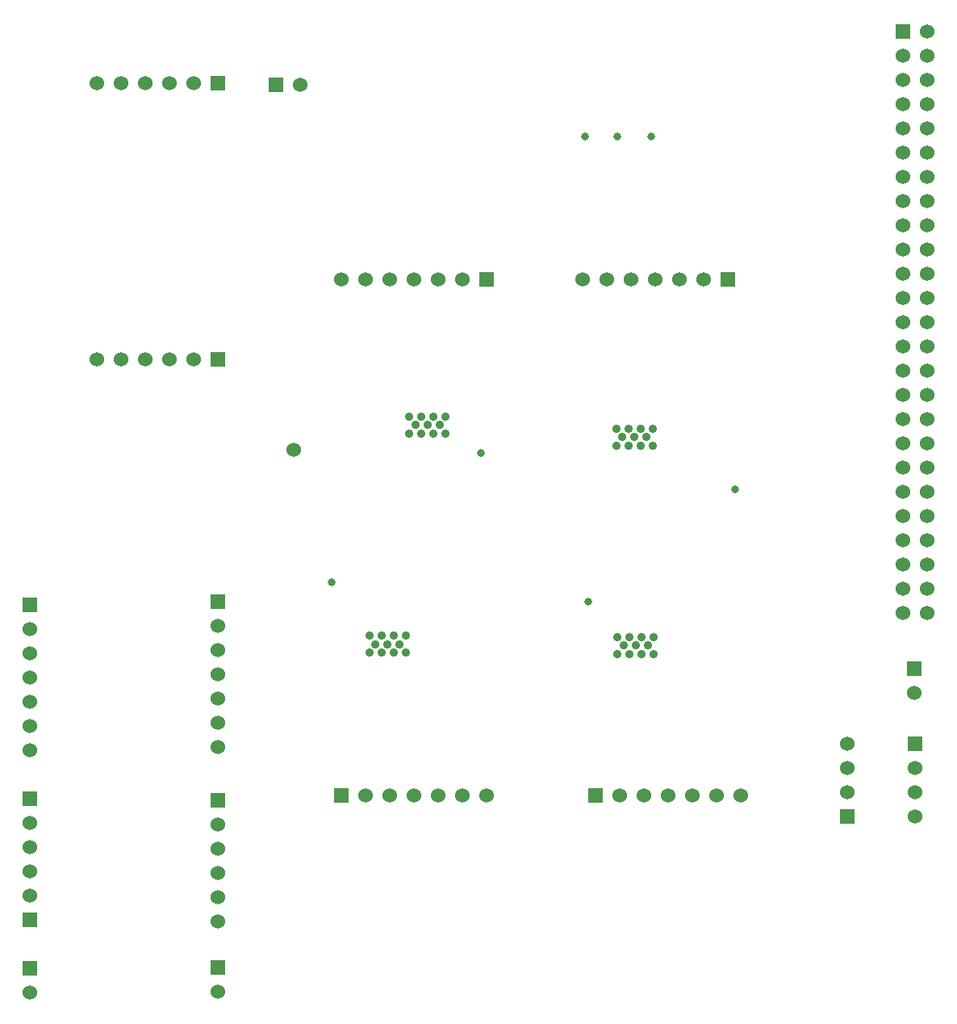
<source format=gbs>
G04 (created by PCBNEW (2013-05-18 BZR 4017)-stable) date Thu 09 Jul 2015 13:03:17 BST*
%MOIN*%
G04 Gerber Fmt 3.4, Leading zero omitted, Abs format*
%FSLAX34Y34*%
G01*
G70*
G90*
G04 APERTURE LIST*
%ADD10C,0.00590551*%
%ADD11C,0.0315*%
%ADD12C,0.06*%
%ADD13R,0.06X0.06*%
%ADD14C,0.0354*%
G04 APERTURE END LIST*
G54D10*
G54D11*
X51450Y-37050D03*
X45300Y-42400D03*
G54D12*
X43708Y-36904D03*
G54D13*
X40600Y-43200D03*
G54D12*
X40600Y-44200D03*
X40600Y-45200D03*
X40600Y-46200D03*
X40600Y-47200D03*
X40600Y-48200D03*
X40600Y-49200D03*
G54D13*
X32829Y-43313D03*
G54D12*
X32829Y-44313D03*
X32829Y-45313D03*
X32829Y-46313D03*
X32829Y-47313D03*
X32829Y-48313D03*
X32829Y-49313D03*
G54D13*
X45700Y-51181D03*
G54D12*
X46700Y-51181D03*
X47700Y-51181D03*
X48700Y-51181D03*
X49700Y-51181D03*
X50700Y-51181D03*
X51700Y-51181D03*
G54D13*
X51700Y-29900D03*
G54D12*
X50700Y-29900D03*
X49700Y-29900D03*
X48700Y-29900D03*
X47700Y-29900D03*
X46700Y-29900D03*
X45700Y-29900D03*
G54D13*
X40600Y-21800D03*
G54D12*
X39600Y-21800D03*
X38600Y-21800D03*
X37600Y-21800D03*
X36600Y-21800D03*
X35600Y-21800D03*
G54D13*
X66600Y-52050D03*
G54D12*
X66600Y-51050D03*
X66600Y-50050D03*
X66600Y-49050D03*
G54D13*
X69400Y-49050D03*
G54D12*
X69400Y-50050D03*
X69400Y-51050D03*
X69400Y-52050D03*
G54D13*
X32829Y-58313D03*
G54D12*
X32829Y-59313D03*
G54D13*
X69350Y-45950D03*
G54D12*
X69350Y-46950D03*
G54D13*
X68874Y-19639D03*
G54D12*
X69874Y-19639D03*
X68874Y-24639D03*
X69874Y-20639D03*
X68874Y-25639D03*
X69874Y-21639D03*
X68874Y-26639D03*
X69874Y-22639D03*
X68874Y-27639D03*
X69874Y-23639D03*
X68874Y-28639D03*
X69874Y-24639D03*
X68874Y-29639D03*
X69874Y-25639D03*
X68874Y-30639D03*
X69874Y-26639D03*
X68874Y-31639D03*
X69874Y-27639D03*
X68874Y-32639D03*
X69874Y-28639D03*
X68874Y-33639D03*
X69874Y-29639D03*
X68874Y-34639D03*
X69874Y-30639D03*
X69874Y-31639D03*
X68874Y-35639D03*
X69874Y-32639D03*
X69874Y-34639D03*
X69874Y-35639D03*
X69874Y-36639D03*
X69874Y-37639D03*
X68874Y-36639D03*
X68874Y-37639D03*
X68874Y-20639D03*
X68874Y-21639D03*
X68874Y-22639D03*
X68874Y-23639D03*
X68874Y-38639D03*
X69874Y-38639D03*
X69874Y-33639D03*
X68874Y-39639D03*
X69874Y-39639D03*
X68874Y-40639D03*
X69874Y-40639D03*
X68874Y-41639D03*
X69874Y-41639D03*
X68874Y-42639D03*
X69874Y-42639D03*
X68874Y-43639D03*
X69874Y-43639D03*
G54D13*
X32829Y-51313D03*
G54D12*
X32829Y-52313D03*
X32829Y-53313D03*
X32829Y-54313D03*
G54D13*
X32829Y-56313D03*
G54D12*
X32829Y-55313D03*
G54D13*
X40600Y-33200D03*
G54D12*
X39600Y-33200D03*
X38600Y-33200D03*
X37600Y-33200D03*
X36600Y-33200D03*
X35600Y-33200D03*
G54D13*
X40600Y-51400D03*
G54D12*
X40600Y-52400D03*
X40600Y-53400D03*
X40600Y-54400D03*
X40600Y-55400D03*
X40600Y-56400D03*
G54D13*
X40600Y-58300D03*
G54D12*
X40600Y-59300D03*
G54D14*
X48500Y-35550D03*
X49000Y-35550D03*
X49500Y-35550D03*
X50000Y-35550D03*
X48750Y-35900D03*
X49250Y-35900D03*
X49750Y-35900D03*
X48500Y-36250D03*
X49000Y-36250D03*
X49500Y-36250D03*
X50000Y-36250D03*
X48350Y-45300D03*
X47850Y-45300D03*
X47350Y-45300D03*
X46850Y-45300D03*
X48100Y-44950D03*
X47600Y-44950D03*
X47100Y-44950D03*
X48350Y-44600D03*
X47850Y-44600D03*
X47350Y-44600D03*
X46850Y-44600D03*
G54D11*
X55900Y-43200D03*
X61950Y-38550D03*
G54D14*
X58600Y-45350D03*
X58100Y-45350D03*
X57600Y-45350D03*
X57100Y-45350D03*
X58350Y-45000D03*
X57850Y-45000D03*
X57350Y-45000D03*
X58600Y-44650D03*
X58100Y-44650D03*
X57600Y-44650D03*
X57100Y-44650D03*
X57050Y-36050D03*
X57550Y-36050D03*
X58050Y-36050D03*
X58550Y-36050D03*
X57300Y-36400D03*
X57800Y-36400D03*
X58300Y-36400D03*
X57050Y-36750D03*
X57550Y-36750D03*
X58050Y-36750D03*
X58550Y-36750D03*
G54D13*
X61650Y-29900D03*
G54D12*
X60650Y-29900D03*
X59650Y-29900D03*
X58650Y-29900D03*
X57650Y-29900D03*
X56650Y-29900D03*
X55650Y-29900D03*
G54D13*
X56200Y-51181D03*
G54D12*
X57200Y-51181D03*
X58200Y-51181D03*
X59200Y-51181D03*
X60200Y-51181D03*
X61200Y-51181D03*
X62200Y-51181D03*
G54D13*
X43000Y-21850D03*
G54D12*
X44000Y-21850D03*
G54D11*
X58500Y-24000D03*
X57100Y-24000D03*
X55750Y-24000D03*
M02*

</source>
